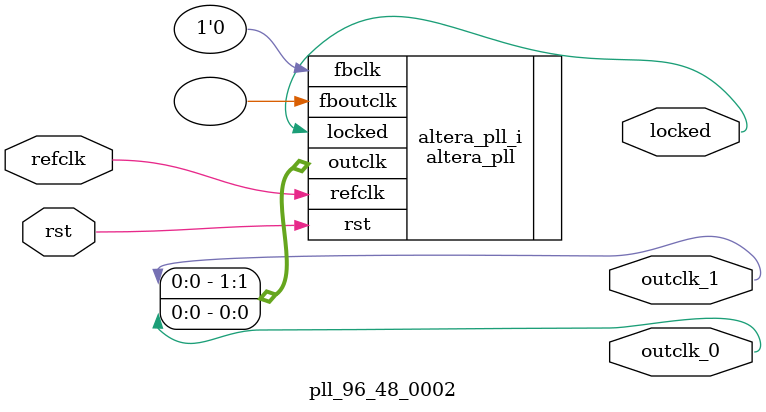
<source format=v>
`timescale 1ns/10ps
module  pll_96_48_0002(

	// interface 'refclk'
	input wire refclk,

	// interface 'reset'
	input wire rst,

	// interface 'outclk0'
	output wire outclk_0,

	// interface 'outclk1'
	output wire outclk_1,

	// interface 'locked'
	output wire locked
);

	altera_pll #(
		.fractional_vco_multiplier("false"),
		.reference_clock_frequency("125.0 MHz"),
		.operation_mode("direct"),
		.number_of_clocks(2),
		.output_clock_frequency0("96.000000 MHz"),
		.phase_shift0("0 ps"),
		.duty_cycle0(50),
		.output_clock_frequency1("48.000000 MHz"),
		.phase_shift1("0 ps"),
		.duty_cycle1(50),
		.output_clock_frequency2("0 MHz"),
		.phase_shift2("0 ps"),
		.duty_cycle2(50),
		.output_clock_frequency3("0 MHz"),
		.phase_shift3("0 ps"),
		.duty_cycle3(50),
		.output_clock_frequency4("0 MHz"),
		.phase_shift4("0 ps"),
		.duty_cycle4(50),
		.output_clock_frequency5("0 MHz"),
		.phase_shift5("0 ps"),
		.duty_cycle5(50),
		.output_clock_frequency6("0 MHz"),
		.phase_shift6("0 ps"),
		.duty_cycle6(50),
		.output_clock_frequency7("0 MHz"),
		.phase_shift7("0 ps"),
		.duty_cycle7(50),
		.output_clock_frequency8("0 MHz"),
		.phase_shift8("0 ps"),
		.duty_cycle8(50),
		.output_clock_frequency9("0 MHz"),
		.phase_shift9("0 ps"),
		.duty_cycle9(50),
		.output_clock_frequency10("0 MHz"),
		.phase_shift10("0 ps"),
		.duty_cycle10(50),
		.output_clock_frequency11("0 MHz"),
		.phase_shift11("0 ps"),
		.duty_cycle11(50),
		.output_clock_frequency12("0 MHz"),
		.phase_shift12("0 ps"),
		.duty_cycle12(50),
		.output_clock_frequency13("0 MHz"),
		.phase_shift13("0 ps"),
		.duty_cycle13(50),
		.output_clock_frequency14("0 MHz"),
		.phase_shift14("0 ps"),
		.duty_cycle14(50),
		.output_clock_frequency15("0 MHz"),
		.phase_shift15("0 ps"),
		.duty_cycle15(50),
		.output_clock_frequency16("0 MHz"),
		.phase_shift16("0 ps"),
		.duty_cycle16(50),
		.output_clock_frequency17("0 MHz"),
		.phase_shift17("0 ps"),
		.duty_cycle17(50),
		.pll_type("General"),
		.pll_subtype("General")
	) altera_pll_i (
		.rst	(rst),
		.outclk	({outclk_1, outclk_0}),
		.locked	(locked),
		.fboutclk	( ),
		.fbclk	(1'b0),
		.refclk	(refclk)
	);
endmodule


</source>
